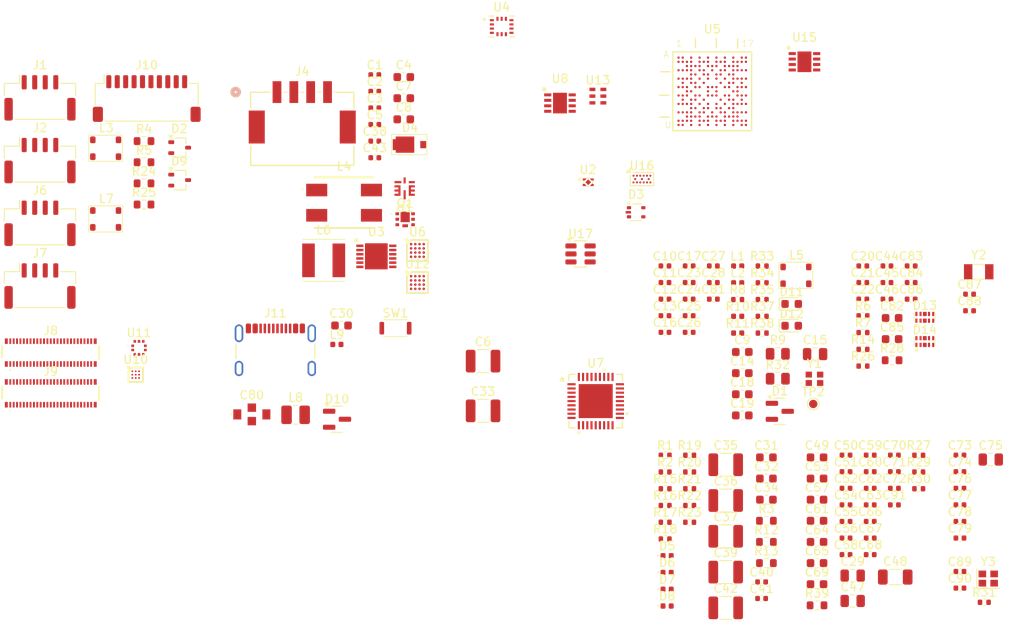
<source format=kicad_pcb>
(kicad_pcb (version 20240108) (generator "pcbnew") (generator_version "8.0")
  (layers (0 "F.Cu" signal) (1 "In1.Cu" signal) (2 "In2.Cu" signal) (31 "B.Cu" signal) (34 "B.Paste" user) (35 "F.Paste" user) (36 "B.SilkS" user "B.Silkscreen") (37 "F.SilkS" user "F.Silkscreen") (38 "B.Mask" user) (39 "F.Mask" user) (44 "Edge.Cuts" user))
  (net 0 "")
  (net 1 "Net-(D3A-K1)")
  (net 2 "Net-(U6-CAP)")
  (net 3 "Net-(C3-Pad2)")
  (net 4 "Net-(U3-VCC)")
  (net 5 "VBUS")
  (net 6 "Net-(U3-SS)")
  (net 7 "Net-(C38-Pad1)")
  (net 8 "Net-(U12-CAP)")
  (net 9 "+BATT")
  (net 10 "Net-(U7-VDDA_AO)")
  (net 11 "Net-(U3-BST)")
  (net 12 "Net-(U7-VDD_CORE)")
  (net 13 "GND")
  (net 14 "+3V3")
  (net 15 "+1V8")
  (net 16 "+5V")
  (net 17 "Net-(D2-A2)")
  (net 18 "Net-(U16A-CH1_IN-)")
  (net 19 "Net-(U16A-CH1_IN+)")
  (net 20 "Net-(U3-FB)")
  (net 21 "Net-(D2-A1)")
  (net 22 "Net-(D9-A2)")
  (net 24 "Net-(D9-A1)")
  (net 26 "Net-(U5H-VDD_BAT)")
  (net 28 "/MCU IO USB & Power/VDD_BAT")
  (net 30 "Net-(J1-Pin_1)")
  (net 32 "/Ethernet PHY/ENET_TRX_P")
  (net 34 "Net-(C23-Pad1)")
  (net 35 "/Communication/CAN0_TXD")
  (net 36 "/Communication/MCU_P2_10")
  (net 37 "/Communication/CAN0_RXD")
  (net 38 "Net-(C25-Pad2)")
  (net 39 "/Ethernet PHY/ENET_TRX_M")
  (net 40 "Net-(J6-Pin_1)")
  (net 41 "/Board-to-Board/P1_8{slash}I3C1_SDA{slash}FC4_P0")
  (net 42 "/Board-to-Board/P1_22{slash}FC4_P2")
  (net 43 "/Board-to-Board/P4_3{slash}FC2_P3")
  (net 44 "/Board-to-Board/P3_1{slash}FC6_P0")
  (net 45 "/Board-to-Board/P1_23{slash}FC4_P3")
  (net 46 "/Board-to-Board/P3_18{slash}FC6_P6")
  (net 47 "/Board-to-Board/P4_0{slash}FC2_P0")
  (net 48 "/Board-to-Board/P3_13{slash}FC6_P5")
  (net 49 "/Board-to-Board/P4_20{slash}FC2_P4")
  (net 50 "/Board-to-Board/P0_23{slash}FLEXIO0_D7")
  (net 51 "/Board-to-Board/P3_6{slash}FC6_P1")
  (net 52 "/Board-to-Board/P1_9{slash}I3C1_SCL{slash}FC4_P1")
  (net 53 "/Board-to-Board/P2_10{slash}TRACE_DATA2")
  (net 54 "/Board-to-Board/P4_23{slash}FC2_P6")
  (net 55 "/Board-to-Board/P2_11{slash}TRACE_DATA3")
  (net 56 "/Board-to-Board/P3_10{slash}FC6_P2")
  (net 58 "/Board-to-Board/VDD_BAT")
  (net 59 "/Board-to-Board/P4_2{slash}FC2_P2")
  (net 60 "/Board-to-Board/P3_11{slash}FC6_P3")
  (net 61 "/Board-to-Board/ANA_6{slash}DAC2_OUT")
  (net 62 "/Board-to-Board/P4_1{slash}FC2_P1")
  (net 63 "/Board-to-Board/ANA_22{slash}OPAMP2_INN")
  (net 64 "/Board-to-Board/P3_21{slash}FLEXIO0_D29")
  (net 65 "/Board-to-Board/P0_16{slash}FC0_P0")
  (net 66 "/Board-to-Board/P1_0{slash}FC3_P0")
  (net 67 "/Board-to-Board/P3_12{slash}FC7_P4")
  (net 68 "/Ethernet PHY/ENET0_XTAL_IN")
  (net 69 "/Ethernet PHY/ENET0_XTAL_OUT")
  (net 70 "/MCU IO USB & Power/RESET_b")
  (net 71 "Net-(D6-A)")
  (net 72 "Net-(D7-A)")
  (net 73 "VDDA_TRX")
  (net 74 "VDDIO")
  (net 75 "Net-(D11-A)")
  (net 76 "/Board-to-Board/P3_9{slash}SmartDMA_PIO9")
  (net 77 "/Board-to-Board/P2_7{slash}SDHC0_D2")
  (net 78 "/Board-to-Board/P1_1{slash}FC3_P1")
  (net 79 "Net-(D12-A)")
  (net 80 "/Communication/RESET_b")
  (net 81 "/Board-to-Board/P3_5{slash}FC7_P3")
  (net 82 "/Board-to-Board/P0_22{slash}FC0_P6")
  (net 83 "/Power supplies/ENET_TRX_M")
  (net 84 "/Board-to-Board/P3_19{slash}FC7_P6")
  (net 85 "/Power supplies/ENET_TRX_P")
  (net 86 "/Ethernet PHY/TRX_P")
  (net 87 "/Ethernet PHY/TRX_M")
  (net 88 "/Board-to-Board/P3_3{slash}FC7_P1")
  (net 89 "Net-(U7-TMS{slash}GPIO0{slash}CONFIG0)")
  (net 90 "Net-(U15-CANL)")
  (net 91 "/Board-to-Board/P0_7{slash}FC0_P3")
  (net 92 "/Board-to-Board/P3_8{slash}SmartDMA_PIO8")
  (net 93 "/Board-to-Board/P2_3{slash}SDHC0_D0")
  (net 94 "Net-(U7-TDI{slash}GPIO1)")
  (net 95 "/Board-to-Board/P3_4{slash}FC7_P2")
  (net 96 "/Board-to-Board/P2_8{slash}SDHC0_D7")
  (net 97 "/Ethernet PHY/ENET0_NRST")
  (net 98 "/Board-to-Board/P1_16{slash}FC3_P4")
  (net 99 "/Ethernet PHY/P1_21{slash}ENET0_MDIO")
  (net 100 "/Board-to-Board/P2_9{slash}SDHC0_D6")
  (net 101 "/Board-to-Board/P2_2{slash}SDHC0_D1")
  (net 102 "/Communication/CAN1_TXD")
  (net 103 "/Communication/MCU_P2_11")
  (net 104 "/Communication/CAN1_RXD")
  (net 105 "Net-(U15-CANH)")
  (net 106 "/Board-to-Board/P2_0{slash}SDHC0_D5")
  (net 107 "/Board-to-Board/P2_5{slash}SDHC0_CMD")
  (net 108 "Net-(Q1-S)")
  (net 109 "Net-(Q1-G)")
  (net 110 "Net-(U17-VCAP)")
  (net 111 "/Board-to-Board/P2_4{slash}SDHC0_CLK")
  (net 112 "/Board-to-Board/P2_1{slash}SDHC0_D4")
  (net 113 "/Board-to-Board/P3_7{slash}SmartDMA_PIO7")
  (net 114 "/Board-to-Board/P1_18{slash}FC3_P6")
  (net 116 "/Board-to-Board/P0_17{slash}FC0_P1")
  (net 118 "/Board-to-Board/P2_6{slash}SDHC0_D3")
  (net 121 "/Board-to-Board/P3_2{slash}FC7_P0")
  (net 122 "/Board-to-Board/P1_17{slash}FC3_P5")
  (net 123 "/Board-to-Board/P1_2{slash}FC3_P2")
  (net 124 "/Board-to-Board/P0_18{slash}FC0_P2")
  (net 125 "/Board-to-Board/P3_0{slash}SmartDMA_PIO0")
  (net 126 "/Board-to-Board/P1_3{slash}FC3_P3")
  (net 127 "/Communication/P0_24{slash}FC1_P0")
  (net 128 "Net-(J10-Pin_1)")
  (net 129 "/Communication/P0_1{slash}DEBUG_TCLK_SWCLK")
  (net 130 "/Communication/P0_4")
  (net 131 "/Ethernet PHY/P1_19{slash}ENET0_INT_N")
  (net 132 "/Communication/P0_25{slash}FC1_P1")
  (net 133 "/Communication/P0_2{slash}DEBUG_TDO_SWO")
  (net 135 "/Communication/P0_3{slash}DEBUG_TDI")
  (net 136 "/Communication/P0_0{slash}DEBUG_TMS_SWDIO")
  (net 137 "Net-(U16A-CH1_OUT-)")
  (net 139 "Net-(U16A-CH1_OUT+)")
  (net 140 "Net-(J11-CC1)")
  (net 141 "Net-(J11-CC2)")
  (net 142 "/MCU IO Part 1/EXTAL48M")
  (net 144 "Net-(U8-CANH)")
  (net 145 "Net-(U8-CANL)")
  (net 146 "/Ethernet PHY/P0_31{slash}ENET0_WAKE_IN_OUT")
  (net 147 "Net-(C27-Pad1)")
  (net 148 "Net-(U6-EN)")
  (net 149 "Net-(U5H-VDD_CORE_1)")
  (net 150 "Net-(U5H-DCDC_LX{slash}DCDC_LX)")
  (net 151 "Net-(U5H-VDD_ANA)")
  (net 152 "Net-(C20-Pad2)")
  (net 153 "Net-(C45-Pad2)")
  (net 154 "/MCU IO Part 1/P0_6{slash}ISPMODE_N")
  (net 158 "Net-(U1-FB)")
  (net 159 "Net-(U1-EN)")
  (net 160 "Net-(U3-RON)")
  (net 161 "Net-(U3-EN{slash}UVLO)")
  (net 162 "/Sensors/P3_14{slash}FC8_P0")
  (net 163 "/Sensors/P3_22{slash}FC8_P6")
  (net 164 "/Sensors/P3_16{slash}FC8_P2")
  (net 165 "/Sensors/P3_15{slash}FC8_P1")
  (net 166 "/Sensors/P3_17{slash}FC8_P3")
  (net 167 "/MCU IO Part 1/P0_29")
  (net 168 "/MCU IO Part 2/P3_9{slash}SmartDMA_PIO9")
  (net 169 "/MCU IO Part 2/P3_16{slash}FC8_P2")
  (net 170 "/MCU IO Part 2/P3_15{slash}FC8_P1")
  (net 171 "/MCU IO Part 2/P4_19")
  (net 172 "/MCU IO Part 1/P0_19")
  (net 173 "/MCU IO Part 2/P3_5{slash}FC7_P3")
  (net 174 "/MCU IO Part 1/P2_1{slash}SDHC0_D4")
  (net 175 "/MCU IO USB & Power/ANA_6{slash}DAC2_OUT")
  (net 176 "/MCU IO Part 2/P4_5")
  (net 177 "/MCU IO Part 2/P4_23{slash}FC2_P6")
  (net 178 "/MCU IO Part 1/P0_26{slash}FC1_P2")
  (net 179 "/MCU IO Part 2/P4_2{slash}FC2_P2")
  (net 180 "/MCU IO USB & Power/ANA_14")
  (net 181 "/MCU IO Part 2/P4_22")
  (net 182 "/MCU IO Part 2/P3_18{slash}FC6_P6")
  (net 183 "/MCU IO Part 1/P1_20{slash}ENET0_MDC")
  (net 184 "/MCU IO Part 1/P1_2{slash}FC3_P2")
  (net 185 "/MCU IO Part 1/P0_16{slash}FC0_P0")
  (net 186 "/MCU IO Part 1/P0_11")
  (net 187 "/MCU IO Part 2/P4_1{slash}FC2_P1")
  (net 188 "/MCU IO Part 1/P0_4")
  (net 189 "/MCU IO Part 1/P1_14{slash}ENET0_RXD0")
  (net 190 "/MCU IO Part 2/P5_8")
  (net 191 "/MCU IO Part 1/P0_2{slash}DEBUG_TDO_SWO")
  (net 192 "/Ethernet PHY/P1_4{slash}ENET0_REFCLK")
  (net 193 "/MCU IO Part 1/P0_14{slash}FC1_P6")
  (net 194 "/MCU IO Part 1/P1_19{slash}ENET0_INT_N")
  (net 195 "/MCU IO Part 1/P0_25{slash}FC1_P1")
  (net 196 "/MCU IO Part 2/P3_17{slash}FC8_P3")
  (net 197 "/MCU IO Part 1/P1_7{slash}ENET0_TXD1")
  (net 198 "/MCU IO Part 1/P1_8{slash}I3C1_SDA{slash}FC4_P0")
  (net 199 "/MCU IO Part 1/P0_23{slash}CMP2_IN2")
  (net 200 "/MCU IO Part 1/P2_9{slash}SDHC0_D6")
  (net 201 "/MCU IO Part 1/P0_20{slash}I3C0_SDA")
  (net 202 "/MCU IO Part 2/P4_12{slash}CAN0_RXD")
  (net 203 "/MCU IO Part 1/P2_10{slash}TRACE_DATA2")
  (net 204 "/MCU IO Part 2/P3_21{slash}FLEXIO0_D29")
  (net 205 "/MCU IO Part 2/P3_19{slash}FC7_P6")
  (net 206 "/MCU IO Part 1/P0_9{slash}FLEXIO0_D1")
  (net 207 "/MCU IO Part 1/P1_4{slash}ENET0_REFCLK")
  (net 208 "/MCU IO Part 2/P3_3{slash}FC7_P1")
  (net 209 "/MCU IO Part 1/P1_17{slash}FC3_P5")
  (net 210 "/MCU IO Part 1/P0_8{slash}FLEXIO0_D0")
  (net 212 "/MCU IO Part 2/P4_3{slash}FC2_P3")
  (net 213 "/MCU IO Part 1/P0_30")
  (net 214 "/MCU IO Part 2/P3_20")
  (net 215 "/MCU IO Part 2/P5_4")
  (net 216 "/MCU IO Part 2/P4_6")
  (net 217 "/MCU IO Part 1/P0_10")
  (net 218 "/MCU IO Part 1/P0_22{slash}FC0_P6")
  (net 219 "/MCU IO Part 2/P3_4{slash}FC7_P2")
  (net 220 "/MCU IO Part 2/P3_14{slash}FC8_P0")
  (net 221 "/MCU IO Part 1/P1_6{slash}ENET0_TXD0")
  (net 222 "/MCU IO Part 2/P5_2")
  (net 223 "/MCU IO Part 2/P5_0{slash}EXTAL32K")
  (net 224 "/MCU IO Part 1/XTAL48M")
  (net 225 "/MCU IO Part 2/P4_4")
  (net 226 "/MCU IO Part 2/P4_21")
  (net 227 "/MCU IO Part 1/P1_21{slash}ENET0_MDIO")
  (net 228 "/MCU IO Part 2/P3_2{slash}FC7_P0")
  (net 229 "/MCU IO Part 2/P3_22{slash}FC8_P6")
  (net 230 "/MCU IO Part 2/P5_5")
  (net 231 "/MCU IO Part 2/P3_10{slash}FC6_P2")
  (net 232 "/MCU IO Part 1/P0_7{slash}FC0_P3")
  (net 233 "/MCU IO Part 1/P0_12{slash}FC1_P4")
  (net 234 "/MCU IO Part 1/P0_13{slash}FC1_P5")
  (net 235 "/MCU IO Part 2/P3_23")
  (net 236 "/MCU IO Part 1/P2_6{slash}SDHC0_D3")
  (net 237 "/MCU IO Part 2/P4_20{slash}FC2_P4")
  (net 238 "/MCU IO Part 1/P2_11{slash}TRACE_DATA3")
  (net 239 "/MCU IO Part 1/P2_3{slash}SDHC0_D0")
  (net 240 "/MCU IO USB & Power/ANA_0")
  (net 241 "/MCU IO Part 2/P3_6{slash}FC6_P1")
  (net 242 "/MCU IO Part 1/P1_22{slash}FC4_P2")
  (net 243 "/MCU IO Part 1/P1_15{slash}ENET0_RXD1")
  (net 244 "/MCU IO Part 1/P1_11")
  (net 245 "/MCU IO Part 2/P3_7{slash}SmartDMA_PIO7")
  (net 246 "/MCU IO Part 1/P0_5")
  (net 247 "/MCU IO Part 2/P4_16{slash}CAN1_TXD")
  (net 250 "/MCU IO Part 2/P3_12{slash}FC7_P4")
  (net 251 "/MCU IO Part 1/P0_3{slash}DEBUG_TDI")
  (net 252 "/MCU IO Part 2/P4_13{slash}CAN0_TXD")
  (net 253 "/MCU IO Part 2/P3_11{slash}FC6_P3")
  (net 254 "/MCU IO Part 1/P2_2{slash}SDHC0_D1")
  (net 255 "/MCU IO Part 1/P0_24{slash}FC1_P0")
  (net 256 "/MCU IO Part 1/P0_28")
  (net 257 "/MCU IO Part 1/P1_0{slash}FC3_P0")
  (net 258 "Net-(U5G-RESET_b)")
  (net 259 "/MCU IO Part 2/P4_18")
  (net 260 "/MCU IO Part 2/P5_9")
  (net 261 "/MCU IO Part 1/P1_23{slash}FC4_P3")
  (net 262 "/MCU IO Part 2/P3_8{slash}SmartDMA_PIO8")
  (net 263 "/MCU IO Part 2/P3_13{slash}FC6_P5")
  (net 264 "/MCU IO Part 1/P0_17{slash}FC0_P1")
  (net 265 "/MCU IO Part 1/P2_7{slash}SDHC0_D2")
  (net 266 "/MCU IO Part 2/P4_0{slash}FC2_P0")
  (net 267 "/MCU IO Part 1/P0_31{slash}ENET0_WAKE_IN_OUT")
  (net 269 "/Ethernet PHY/P1_14{slash}ENET0_RXD0")
  (net 270 "/Ethernet PHY/P1_6{slash}ENET0_TXD0")
  (net 271 "/Ethernet PHY/P1_12{slash}ENET0_RXER")
  (net 272 "/Ethernet PHY/P1_20{slash}ENET0_MDC")
  (net 274 "/Ethernet PHY/P1_5{slash}ENET0_TXEN")
  (net 277 "/MCU IO Part 2/P5_6")
  (net 278 "/MCU IO Part 1/P0_0{slash}DEBUG_TMS_SWDIO")
  (net 279 "/MCU IO Part 1/P1_16{slash}FC3_P4")
  (net 280 "/MCU IO Part 2/P3_0{slash}SmartDMA_PIO0")
  (net 281 "/MCU IO Part 2/P4_15{slash}CAN1_RXD")
  (net 282 "/MCU IO USB & Power/ANA_4")
  (net 283 "/MCU IO Part 1/P1_12{slash}ENET0_RXER")
  (net 284 "/MCU IO Part 1/P1_5{slash}ENET0_TXEN")
  (net 285 "/MCU IO Part 1/P0_18{slash}FC0_P2")
  (net 286 "/MCU IO Part 1/P1_1{slash}FC3_P1")
  (net 287 "/MCU IO Part 2/P5_7")
  (net 288 "/MCU IO Part 1/P1_10{slash}ENET0_TXER")
  (net 289 "/MCU IO USB & Power/ANA_1")
  (net 290 "/MCU IO Part 1/P1_9{slash}I3C1_SCL{slash}FC4_P1")
  (net 291 "/MCU IO USB & Power/ANA_18")
  (net 292 "/MCU IO USB & Power/ANA_5")
  (net 293 "/MCU IO Part 1/P0_15")
  (net 294 "/MCU IO Part 2/P3_1{slash}FC6_P0")
  (net 295 "Net-(U5H-VDD_SYS{slash}VOUT_SYS)")
  (net 296 "/MCU IO Part 1/P2_0{slash}SDHC0_D5")
  (net 297 "/MCU IO Part 2/P4_14")
  (net 298 "/MCU IO Part 2/P4_7")
  (net 299 "/MCU IO Part 1/P0_27{slash}FC1_P3")
  (net 300 "/MCU IO Part 2/P5_1{slash}XTAL32K")
  (net 301 "/MCU IO Part 1/P1_3{slash}FC3_P3")
  (net 302 "/MCU IO Part 2/P4_17")
  (net 303 "/MCU IO Part 2/P5_3")
  (net 304 "/MCU IO Part 1/P2_4{slash}SDHC0_CLK")
  (net 305 "/MCU IO Part 1/P2_8{slash}SDHC0_D7")
  (net 306 "/MCU IO Part 1/P2_5{slash}SDHC0_CMD")
  (net 307 "/MCU IO Part 1/P0_21{slash}I3C0_SCL")
  (net 308 "/MCU IO Part 1/P0_1{slash}DEBUG_TCLK_SWCLK")
  (net 309 "/MCU IO USB & Power/ANA_22{slash}OPAMP2_INN")
  (net 310 "/MCU IO Part 1/P1_13{slash}ENET0_RXDV")
  (net 311 "/MCU IO Part 1/P1_18{slash}FC3_P6")
  (net 315 "Net-(D5-A)")
  (net 317 "Net-(U6-ILIM)")
  (net 318 "Net-(U10-CRST)")
  (net 319 "/Sensors/P0_21{slash}I3C0_SCL")
  (net 321 "/Sensors/P0_20{slash}I3C0_SDA")
  (net 322 "Net-(D8-A)")
  (net 327 "Net-(U12-ILIM)")
  (net 328 "/Communication/P0_9{slash}FLEXIO0_D1")
  (net 329 "/Communication/P0_8{slash}FLEXIO0_D0")
  (net 330 "/Ethernet PHY/P1_13{slash}ENET0_RXDV")
  (net 333 "/Ethernet PHY/P1_10{slash}ENET0_TXER")
  (net 334 "/Ethernet PHY/P1_15{slash}ENET0_RXD1")
  (net 335 "/Ethernet PHY/P1_7{slash}ENET0_TXD1")
  (footprint "Capacitor_SMD:C_0603_1608Metric" (layer "F.Cu") (at 163.42 120.92)
    (property "Reference" "C9")
    (property "Value" "1uF 16V")
  )
  (footprint "Inductor_SMD:L_0402_1005Metric" (layer "F.Cu") (at 115.3 120.02)
    (property "Reference" "L9")
    (property "Value" "120 Ohm")
  )
  (footprint "Package_TO_SOT_SMD:SOT-323_SC-70" (layer "F.Cu") (at 96.64 96.645)
    (property "Reference" "D2")
    (property "Value" "PESD2IVN24-UX")
  )
  (footprint "Resistor_SMD:R_0402_1005Metric" (layer "F.Cu") (at 165.78 110.71)
    (property "Reference" "R33")
    (property "Value" "0")
  )
  (footprint "Resistor_SMD:R_0402_1005Metric" (layer "F.Cu") (at 184.36 135.17)
    (property "Reference" "R29")
    (property "Value" "5.1k")
  )
  (footprint "Capacitor_SMD:C_0402_1005Metric" (layer "F.Cu") (at 189.25 146.99)
    (property "Reference" "C89")
    (property "Value" "4.7pF 50V")
  )
  (footprint "Capacitor_SMD:C_0402_1005Metric" (layer "F.Cu") (at 175.73 144.99)
    (property "Reference" "C58")
    (property "Value" "100nF 16V")
  )
  (footprint "Capacitor_SMD:C_0603_1608Metric" (layer "F.Cu") (at 123.24 90.77)
    (property "Reference" "C7")
    (property "Value" "1uF 10V")
  )
  (footprint "Inductors:VLS5045EX330M" (layer "F.Cu") (at 113.73 110.03)
    (property "Reference" "L6")
    (property "Value" "VLS5045EX-330M-H" (hide yes))
  )
  (footprint "Capacitor_SMD:C_0402_1005Metric" (layer "F.Cu") (at 180.59 112.67)
    (property "Reference" "C45")
    (property "Value" "4700pF")
  )
  (footprint "Capacitor_SMD:C_0603_1608Metric" (layer "F.Cu") (at 163.42 123.43)
    (property "Reference" "C14")
    (property "Value" "1uF 16V")
  )
  (footprint "Resistor_SMD:R_0402_1005Metric" (layer "F.Cu") (at 192.14 150.65)
    (property "Reference" "R31")
    (property "Value" "10k")
  )
  (footprint "Power:QFN2x2x1p6_MPM3811_MNP" (layer "F.Cu") (at 123.3416 101.4908)
    (property "Reference" "U1")
    (property "Value" "MPM3811GG-Z")
  )
  (footprint "Capacitor_SMD:C_0603_1608Metric" (layer "F.Cu") (at 166.28 133.44)
    (property "Reference" "C31")
    (property "Value" "100nF 100V")
  )
  (footprint "Capacitor_SMD:C_0402_1005Metric" (layer "F.Cu") (at 183.46 112.67)
    (property "Reference" "C84")
    (property "Value" "47nF 10V")
  )
  (footprint "Resistor_SMD:R_0402_1005Metric" (layer "F.Cu") (at 165.78 116.68)
    (property "Reference" "R37")
    (property "Value" "10k")
  )
  (footprint "Connector_USB:USB_C_Receptacle_GCT_USB4105-xx-A_16P_TopMnt_Horizontal" (layer "F.Cu") (at 108 121.8)
    (property "Reference" "J11")
    (property "Value" "USB4105-GF-A")
  )
  (footprint "Resistor_SMD:R_0402_1005Metric" (layer "F.Cu") (at 165.78 112.7)
    (property "Reference" "R34")
    (property "Value" "10k")
  )
  (footprint "Capacitor_SMD:C_0603_1608Metric" (layer "F.Cu") (at 181.2 119.39)
    (property "Reference" "C85")
    (property "Value" "1uF 10V")
  )
  (footprint "Capacitor_SMD:C_0402_1005Metric" (layer "F.Cu") (at 159.98 112.67)
    (property "Reference" "C28")
    (property "Value" "8pF 16V")
  )
  (footprint "Capacitor_SMD:C_0603_1608Metric" (layer "F.Cu") (at 172.29 135.95)
    (property "Reference" "C53")
    (property "Value" "1uF 16V")
  )
  (footprint "Capacitor_SMD:C_0402_1005Metric" (layer "F.Cu") (at 189.25 141.05)
    (property "Reference" "C78")
    (property "Value" "100nF 16V")
  )
  (footprint "Capacitor_SMD:C_0402_1005Metric" (layer "F.Cu") (at 119.8 95.87)
    (property "Reference" "C38")
    (property "Value" "1nF 100V")
  )
  (footprint "Capacitor_SMD:C_0402_1005Metric" (layer "F.Cu") (at 157.11 112.67)
    (property "Reference" "C23")
    (property "Value" "100nF 50V")
  )
  (footprint "Capacitors:NFM31HK103R1H3L" (layer "F.Cu") (at 105.205 128.33)
    (property "Reference" "C80")
    (property "Value" "15nF 50V" (hide yes))
  )
  (footprint "Capacitor_SMD:C_1210_3225Metric" (layer "F.Cu") (at 161.45 134.31)
    (property "Reference" "C35")
    (property "Value" "47uF 16V")
  )
  (footprint "Inductors:IFLN1210BEER512N" (layer "F.Cu") (at 168.26 110.815)
    (property "Reference" "L5")
    (property "Value" "IFLN1210BEER512N" (hide yes))
  )
  (footprint "NXP_HV:SON65P300X300X100-9N-D" (layer "F.Cu") (at 170.795 86.445)
    (property "Reference" "U15")
    (property "Value" "TJA1462ATK" (hide yes))
  )
  (footprint "Resistor_SMD:R_0402_1005Metric" (layer "F.Cu") (at 165.78 114.69)
    (property "Reference" "R35")
    (property "Value" "10k")
  )
  (footprint "NXP_BGA:BGA16C50P4X4_220X220X60" (layer "F.Cu") (at 124.858 108.858)
    (property "Reference" "U6")
    (property "Value" "NX5P3363UKZ" (hide yes))
  )
  (footprint "Capacitor_SMD:C_1210_3225Metric" (layer "F.Cu") (at 132.65 127.91)
    (property "Reference" "C33")
    (property "Value" "10uF 100V")
  )
  (footprint "Connectors:DF40TC-50DP-0.4V(51)" (layer "F.Cu") (at 81.34 120.99)
    (property "Reference" "J8")
    (property "Value" "DF40TC-50DP-0.4V(51)" (hide yes))
  )
  (footprint "Capacitor_SMD:C_0402_1005Metric" (layer "F.Cu") (at 175.73 135.14)
    (property "Reference" "C51")
    (property "Value" "100nF 16V")
  )
  (footprint "Resistor_SMD:R_0402_1005Metric" (layer "F.Cu") (at 184.36 137.16)
    (property "Reference" "R30")
    (property "Value" "5.1k")
  )
  (footprint "Capacitor_SMD:C_0402_1005Metric" (layer "F.Cu") (at 181.47 137.11)
    (property "Reference" "C72")
    (property "Value" "100nF 16V")
  )
  (footprint "Inductors:ACM70603012PLTL01" (layer "F.Cu") (at 116.155 103.18)
    (property "Reference" "L4")
    (property "Value" "ACM7060-301-2PL-TL01" (hide yes))
  )
  (footprint "Capacitor_SMD:C_0402_1005Metric" (layer "F.Cu") (at 178.6 139.08)
    (property "Reference" "C63")
    (property "Value" "100nF 16V")
  )
  (footprint "Crystal:Crystal_SMD_3215-2Pin_3.2x1.5mm" (layer "F.Cu") (at 191.48 111.39)
    (property "Reference" "Y2")
    (property "Value" "32.768kHz")
  )
  (footprint "Resistor_SMD:R_0402_1005Metric" (layer "F.Cu") (at 154.26 137.16)
    (property "Reference" "R15")
    (property "Value" "1k")
  )
  (footprint "Capacitor_SMD:C_1210_3225Metric" (layer "F.Cu") (at 161.45 138.56)
    (property "Reference" "C36")
    (property "Value" "47uF 16V")
  )
  (footprint "Capacitor_SMD:C_0402_1005Metric" (layer "F.Cu") (at 181.47 135.14)
    (property "Reference" "C71")
    (property "Value" "100nF 16V")
  )
  (footprint "Capacitor_SMD:C_0402_1005Metric" (layer "F.Cu") (at 154.24 114.64)
    (property "Reference" "C12")
    (property "Value" "100nF 16V")
  )
  (footprint "Capacitor_SMD:C_0402_1005Metric" (layer "F.Cu") (at 181.47 133.17)
    (property "Reference" "C70")
    (property "Value" "100nF 16V")
  )
  (footprint "Capacitor_SMD:C_0402_1005Metric" (layer "F.Cu") (at 157.11 118.58)
    (property "Reference" "C26")
    (property "Value" "100pF")
  )
  (footprint "Capacitor_SMD:C_0402_1005Metric" (layer "F.Cu") (at 190.39 116.02)
    (property "Reference" "C88")
    (property "Value" "4.7pF 50V")
  )
  (footprint "Capacitor_SMD:C_1206_3216Metric" (layer "F.Cu") (at 181.57 147.65)
    (property "Reference" "C48")
    (property "Value" "6.8uF 16V")
  )
  (footprint "Crystal:Crystal_SMD_2016-4Pin_2.0x1.6mm" (layer "F.Cu") (at 192.61 147.83)
    (property "Reference" "Y3")
    (property "Value" "24MHz")
  )
  (footprint "Capacitor_SMD:C_0603_1608Metric" (layer "F.Cu") (at 166.28 135.95)
    (property "Reference" "C32")
    (property "Value" "22nF 100V")
  )
  (footprint "NXP_BGA:BGA184_0P5_9X9_SM" (layer "F.Cu") (at 159.85001 89.95001)
    (property "Reference" "U5")
    (property "Value" "MCXN947VDFT" (hide yes))
  )
  (footprint "NXP_HV:HVQFN36_SOT1092-2_NXP" (layer "F.Cu") (at 146.0202 126.749999)
    (property "Reference" "U7")
    (property "Value" "TJA1103AHN")
  )
  (footprint "Capacitor_SMD:C_1210_3225Metric" (layer "F.Cu") (at 161.45 142.81)
    (property "Reference" "C37")
    (property "Value" "47uF 16V")
  )
  (footprint "Capacitor_SMD:C_0603_1608Metric" (layer "F.Cu") (at 123.24 93.28)
    (property "Reference" "C8")
    (property "Value" "1uF 10V")
  )
  (footprint "Resistor_SMD:R_0603_1608Metric" (layer "F.Cu") (at 166.28 140.97)
    (property "Reference" "R3")
    (property "Value" "100k 75V")
  )
  (footprint "Capacitor_SMD:C_0603_1608Metric" (layer "F.Cu") (at 163.42 125.94)
    (property "Reference" "C18")
    (property "Value" "1uF 16V")
  )
  (footprint "Package_CSP:Nexperia_WLCSP-15_6-3-6_2.37x1.17mm_Layout6x3_P0.4mm" (layer "F.Cu") (at 151.51 100.375)
    (property "Reference" "U16")
    (property "Value" "PCMF3USB3S")
  )
  (footprint "Capacitor_SMD:C_0805_2012Metric" (layer "F.Cu") (at 176.52 150.49)
    (property "Reference" "C47")
    (property "Value" "2.2uF 16V")
  )
  (footprint "Resistor_SMD:R_0402_1005Metric" (layer "F.Cu") (at 162.87 114.69)
    (property "Reference" "R8")
    (property "Value" "0")
  )
  (footprint "Resistor_SMD:R_0402_1005Metric" (layer "F.Cu") (at 154.26 141.14)
    (property "Reference" "R17")
    (property "Value" "82k 1%")
  )
  (footprint "Diodes:DFN3820A" (layer "F.Cu") (at 124.485 96.285)
    (property "Reference" "D4")
    (property "Value" "6DFN62CA-M3/I" (hide yes))
  )
  (footprint "Sensors:IC_ICM-45686" (layer "F.Cu") (at 134.857 82.254)
    (property "Reference" "U4")
    (property "Value" "ICM-45686")
  )
  (footprint "Resistor_SMD:R_0402_1005Metric" (layer "F.Cu") (at 154.26 139.15)
    (property "Reference" "R16")
    (property "Value" "1k")
  )
  (footprint "Inductors:IFLN1210BEER512N" (layer "F.Cu") (at 86.33 104.115)
    (property "Reference" "L7")
    (property "Value" "IFLN1210BEER512N" (hide yes))
  )
  (footprint "Capacitor_SMD:C_0402_1005Metric" (layer "F.Cu") (at 119.8 89.96)
    (property "Reference" "C2")
    (property "Value" "1nF 16V")
  )
  (footprint "Capacitor_SMD:C_0603_1608Metric" (layer "F.Cu") (at 172.29 145.99)
    (property "Reference" "C65")
    (property "Value" "4.7uF 6.3V")
  )
  (footprint "Sensors:BMP581" (layer "F.Cu") (at 91.815 120.43)
    (property "Reference" "U11")
    (property "Value" "BMP581" (hide yes))
  )
  (footprint "Inductor_SMD:L_0402_1005Metric" (layer "F.Cu") (at 162.87 110.71)
    (property "Reference" "L1")
    (property "Value" "600 Ohm")
  )
  (footprint "LED_SMD:LED_0402_1005Metric" (layer "F.Cu") (at 154.495 147.11)
    (property "Reference" "D6")
    (property "Value" "3V3-IND")
  )
  (footprint "Connector_JST:JST_GH_SM04B-GHS-TB_1x04-1MP_P1.25mm_Horizontal" (layer "F.Cu") (at 80.06 113.08)
    (property "Reference" "J7")
    (property "Value" "CAN0B")
  )
  (footprint "Crystals:XRCGB25M000F3A00R0" (layer "F.Cu") (at 171.985 124.1)
    (property "Reference" "Y1")
    (property "Value" "25MHz" (hide yes))
  )
  (footprint "Power:SON50P400X400X100-13N" (layer "F.Cu") (at 119.98 109.555)
    (property "Reference" "U3")
    (property "Value" "LM5160DNTJ" (hide yes))
  )
  (footprint "Capacitor_SMD:C_0402_1005Metric" (layer "F.Cu") (at 157.11 110.7)
    (property "Reference" "C17")
    (property "Value" "100nF 16V")
  )
  (footprint "Resistor_SMD:R_0402_1005Metric" (layer "F.Cu") (at 157.17 135.17)
    (property "Reference" "R20")
    (property "Value" "2k2")
  )
  (footprint "Resistor_SMD:R_0402_1005Metric" (layer "F.Cu") (at 177.74 116.62)
    (property "Reference" "R6")
    (property "Value" "0")
  )
  (footprint "Capacitor_SMD:C_0402_1005Metric" (layer "F.Cu") (at 177.72 114.64)
    (property "Reference" "C22")
    (property "Value" "100pF")
  )
  (footprint "Capacitor_SMD:C_0402_1005Metric" (layer "F.Cu") (at 165.71 148.23)
    (property "Reference" "C40")
    (property "Value" "100nF 16V")
  )
  (footprint "Capacitor_SMD:C_0603_1608Metric" (layer "F.Cu") (at 181.2 116.88)
    (property "Reference" "C82")
    (property "Value" "1uF 10V")
  )
  (footprint "Resistor_SMD:R_0402_1005Metric" (layer "F.Cu") (at 165.78 118.67)
    (property "Reference" "R38")
    (property "Value" "10k")
  )
  (footprint "Capacitor_SMD:C_0402_1005Metric" (layer "F.Cu") (at 181.47 139.08)
    (property "Reference" "C91")
    (property "Value" "100nF 16V")
  )
  (footprint "Resistor_SMD:R_0603_1608Metric" (layer "F.Cu") (at 92.41 98.38)
    (property "Reference" "R5")
    (property "Value" "60.4R 1% 1/3W")
  )
  (footprint "Capacitor_SMD:C_0603_1608Metric" (layer "F.Cu") (at 172.29 143.48)
    (property "Reference" "C64")
    (property "Value" "4.7uF 6.3V")
  )
  (footprint "Capacitor_SMD:C_0402_1005Metric" (layer "F.Cu") (at 159.98 114.64)
    (property "Reference" "C81")
    (property "Value" "8pF 16V")
  )
  (footprint "Switches:TS2306A" (layer "F.Cu") (at 122.255 118.09)
    (property "Reference" "SW1")
    (property "Value" "SW_SPST")
  )
  (footprint "LED_SMD:LED_0402_1005Metric" (layer "F.Cu") (at 154.495 149.1)
    (property "Reference" "D7")
    (property "Value" "1V8-IND")
  )
  (footprint "Resistor_SMD:R_0402_1005Metric" (layer "F.Cu") (at 157.17 137.16)
    (property "Reference" "R21")
    (property "Value" "47k 1%")
  )
  (footprint "Connectors:CONN_5055780421_MOL" (layer "F.Cu") (at 111.1894 94.4114)
    (property "Reference" "J4")
    (property "Value" "5055780421")
  )
  (footprint "NXP_HV:SON65P300X300X100-9N-D" (layer "F.Cu") (at 141.778 91.349)
    (property "Reference" "U8")
    (property "Value" "TJA1462ATK" (hide yes))
  )
  (footprint "Power:VREG_MIC5504-3.3YMT-TZ" (layer "F.Cu") (at 145.132 100.754)
    (property "Reference" "U2")
    (property "Value" "MIC5504-1.8YMT")
  )
  (footprint "Resistor_SMD:R_0603_1608Metric" (layer "F.Cu") (at 181.2 121.9)
    (property "Reference" "R28")
    (property "Value" "100")
  )
  (footprint "Capacitor_SMD:C_0402_1005Metric" (layer "F.Cu") (at 189.25 137.11)
    (property "Reference" "C76")
    (property "Value" "100nF 16V")
  )
  (footprint "Resistor_SMD:R_0402_1005Metric" (layer "F.Cu") (at 184.36 133.18)
    (property "Reference" "R27")
    (property "Value" "10k")
  )
  (footprint "Capacitor_SMD:C_0402_1005Metric" (layer "F.Cu") (at 180.59 114.64)
    (property "Reference" "C46")
    (property "Value" "100pF")
  )
  (footprint "Capacitor_SMD:C_0402_1005Metric" (layer "F.Cu") (at 154.24 118.58)
    (property "Reference" "C16")
    (property "Value" "100nF 16V")
  )
  (footprint "LED_SMD:LED_0603_1608Metric" (layer "F.Cu") (at 169.28 117.8)
    (property "Reference" "D12")
    (property "Value" "LED_GRN")
  )
  (footprint "Capacitor_SMD:C_0402_1005Metric" (layer "F.Cu") (at 119.8 93.9)
    (property "Reference" "C5")
    (property "Value" "22nF 10V")
  )
  (footprint "Capacitor_SMD:C_0603_1608Metric" (layer "F.Cu") (at 172.29 140.97)
    (property "Reference" "C61")
    (property "Value" "1uF 16V")
  )
  (footprint "Capacitor_SMD:C_0402_1005Metric" (layer "F.Cu") (at 119.8 87.99)
    (property "Reference" "C1")
    (property "Value" "1nF 100V")
  )
  (footprint "TVS:ESD8104MUTAG" (layer "F.Cu") (at 185.08 119.675)
    (property "Reference" "D14")
    (property "Value" "ESD7104MUTAG" (hide yes))
  )
  (footprint "Capacitor_SMD:C_0402_1005Metric" (layer "F.Cu") (at 154.24 116.61)
    (property "Reference" "C13")
    (property "Value" "100nF 16V")
  )
  (footprint "Capacitor_SMD:C_1210_3225Metric" (layer "F.Cu") (at 132.65 122)
    (property "Reference" "C6")
    (property "Value" "10uF 100V")
  )
  (footprint "Capacitor_SMD:C_0402_1005Metric" (layer "F.Cu") (at 119.8 97.84)
    (property "Reference" "C43")
    (property "Value" "1nF 16V")
  )
  (footprint "Resistor_SMD:R_0402_1005Metric" (layer "F.Cu") (at 157.17 139.15)
    (property "Reference" "R22")
    (property "Value" "2k2")
  )
  (footprint "TVS:ESD8104MUTAG" (layer "F.Cu") (at 185.08 116.8)
    (property "Reference" "D13")
    (property "Value" "ESD7104MUTAG" (hide yes))
  )
  (footprint "Resistor_SMD:R_0805_2012Metric" (layer "F.Cu") (at 167.63 124.09)
    (property "Reference" "R32")
    (property "Value" "1k 2/5W")
  )
  (footprint "Connector_JST:JST_GH_SM04B-GHS-TB_1x04-1MP_P1.25mm_Horizontal" (layer "F.Cu") (at 80.06 105.63)
    (property "Reference" "J6")
    (property "Value" "CAN0A")
  )
  (footprint "Package_TO_SOT_SMD:SOT-665" (layer "F.Cu") (at 150.82 104.32)
    (property "Reference" "D3")
    (property "Value" "PESD5V0L4UW")
  )
  (footprint "Resistor_SMD:R_0603_1608Metric" (layer "F.Cu") (at 166.28 143.48)
    (property "Reference" "R12")
    (property "Value" "68k 75V")
  )
  (footprint "Capacitor_SMD:C_0402_1005Metric" (layer "F.Cu") (at 189.25 143.02)
    (property "Reference" "C79")
    (property "Value" "100nF 16V")
  )
  (footprint "Resistor_SMD:R_0402_1005Metric" (layer "F.Cu") (at 157.17 133.18)
    (property "Reference" "R19")
    (property "Value" "100k")
  )
  (footprint "Capacitor_SMD:C_0402_1005Metric" (layer "F.Cu") (at 177.72 112.67)
    (property "Reference" "C21")
    (property "Value" "100pF")
  )
  (footprint "Capacitor_SMD:C_0805_2012Metric" (layer "F.Cu") (at 172.06 121.17)
    (property "Reference" "C15")
    (property "Value" "10uF 16V")
  )
  (footprint "Capacitor_SMD:C_0402_1005Metric" (layer "F.Cu") (at 175.73 143.02)
    (property "Reference" "C56")
    (property "Value" "100nF 16V")
  )
  (footprint "LED_SMD:LED_0402_1005Metric" (layer "F.Cu") (at 154.495 151.09)
    (property "Reference" "D8")
    (property "Value" "VBUS")
  )
  (footprint "Capacitor_SMD:C_0402_1005Metric" (layer "F.Cu") (at 178.6 133.17)
    (property "Reference" "C59")
    (property "Value" "100nF 16V")
  )
  (footprint "MOSFETs:BUK6D5660EX" (layer "F.Cu") (at 123.405 105.15)
    (property "Reference" "Q1")
    (property "Value" "BUK6D56-60EX" (hide yes))
  )
  (footprint "Capacitor_SMD:C_0402_1005Metric" (layer "F.Cu") (at 183.46 110.7)
    (property "Reference" "C83")
    (property "Value" "47nF 10V")
  )
  (footprint "Capacitor_SMD:C_0402_1005Metric" (layer "F.Cu") (at 175.73 137.11)
    (property "Reference" "C52")
    (property "Value" "100nF 16V")
  )
  (footprint "LED_SMD:LED_0603_1608Metric" (layer "F.Cu") (at 169.28 115.21)
    (property "Reference" "D11")
    (property "Value" "LED_AMB")
  )
  (footprint "Capacitor_SMD:C_0603_1608Metric" (layer "F.Cu") (at 166.28 138.46)
    (property "Reference" "C34")
    (property "Value" "100nF 100V")
  )
  (footprint "Connector_JST:JST_SH_SM10B-SRSS-TB_1x10-1MP_P1.00mm_Horizontal" (layer "F.Cu") (at 92.73 90.81)
    (property "Reference" "J10")
    (property "Value" "Debug")
  )
  (footprint "Capacitor_SMD:C_0603_1608Metric" (layer "F.Cu") (at 172.29 138.46)
    (property "Reference" "C57")
    (property "Value" "1uF 16V")
  )
  (footprint "Capacitor_SMD:C_0402_1005Metric" (layer "F.Cu") (at 189.25 139.08)
    (property "Reference" "C77")
    (property "Value" "100nF 16V")
  )
  (footprint "Sensors:BGA9C40P3X3_128X128X54" (layer "F.Cu") (at 91.423 123.613)
    (property "Reference" "U10")
    (property "Value" "BMM350" (hide yes))
  )
  (footprint "Capacitor_SMD:C_0603_1608Metric" (layer "F.Cu") (at 115.85 117.77)
    (property "Reference" "C30")
    (property "Value" "1uF 10V")
  )
  (footprint "Inductors:IFLN1210BEER512N" (layer "F.Cu") (at 86.33 95.715)
    (property "Reference" "L3")
    (property "Value" "IFLN1210BEER512N" (hide yes))
  )
  (footprint "Capacitor_SMD:C_0402_1005Metric" (layer "F.Cu") (at 177.72 110.7)
    (property "Reference" "C20")
    (property "Value" "4700pF")
  )
  (footprint "Connectors:DF40TC-50DP-0.4V(51)" (layer "F.Cu") (at 81.34 125.825)
    (property "Reference" "J9")
    (property "Value" "DF40TC-50DP-0.4V(51)" (hide yes))
  )
  (footprint "Capacitor_SMD:C_0603_1608Metric" (layer "F.Cu") (at 163.42 128.45)
    (property "Reference" "C19")
    (property "Value" "1uF 16V")
  )
  (footprint "Capacitor_SMD:C_0402_1005Metric" (layer "F.Cu") (at 175.73 133.17)
    (property "Reference" "C50")
    (property "Value" "100nF 16V")
  )
  (footprint "Resistor_SMD:R_0402_1005Metric" (layer "F.Cu") (at 154.26 143.13)
    (property "Reference" "R18")
    (property "Value" "18k 1%")
  )
  (footprint "TestPoint:TestPoint_Pad_D1.0mm" (layer "F.Cu") (at 171.84 127.09)
    (property "Reference" "TP2")
    (property "Value" "ENET_REFCLK")
  )
  (footprint "Resistor_SMD:R_0805_2012Metric" (layer "F.Cu") (at 167.63 121.14)
    (property "Reference" "R9")
    (property "Value" "1k 2/5W")
  )
  (footprint "Resistor_SMD:R_0402_1005Metric" (layer "F.Cu") (at 177.74 118.61)
    (property "Reference" "R7")
    (property "Value" "0")
  )
  (footprint "Package_TO_SOT_SMD:SOT-23-6" (layer "F.Cu") (at 144.22 109.27)
    (property "Reference" "U17")
    (property "Value" "LM74700")
  )
  (footprint "Capacitor_SMD:C_0603_1608Metric" (layer "F.Cu") (at 172.29 133.44)
    (property "Reference" "C49")
    (property "Value" "1uF 16V")
  )
  (footprint "Capacitor_SMD:C_0402_1005Metric" (layer "F.Cu") (at 157.11 114.64)
    (property "Reference" "C24")
    (property "Value" "100pF")
  )
  (footprint "Capacitor_SMD:C_0402_1005Metric" (layer "F.Cu") (at 180.59 110.7)
    (property "Reference" "C44")
    (property "Value" "100pF")
  )
  (footprint "Resistor_SMD:R_0603_1608Metric" (layer "F.Cu") (at 92.41 103.4)
    (property "Reference" "R25")
    (property "Value" "60.4R 1% 1/3W")
  )
  (footprint "Capacitor_SMD:C_1210_3225Metric" (layer "F.Cu") (at 161.45 151.31)
    (property "Reference" "C42")
    (property "Value" "47uF 16V")
  )
  (footprint "Capacitor_SMD:C_0402_1005Metric" (layer "F.Cu") (at 154.24 112.67)
    (property "Reference" "C11")
    (property "Value" "100nF 16V")
  )
  (footprint "Capacitor_SMD:C_0603_1608Metric" (layer "F.Cu") (at 172.29 148.5)
    (property "Reference" "C69")
    (property "Value" "1uF 16V")
  )
  (footprint "Resistor_SMD:R_0603_1608Metric" (layer "F.Cu") (at 166.28 145.99)
    (property "Reference" "R13")
    (property "Value" "12k 75V")
  )
  (footprint "Capacitor_SMD:C_0402_1005Metric" (layer "F.Cu") (at 189.25 135.14)
    (property "Reference" "C74")
    (property "Value" "100nF 16V")
  )
  (footprint "Capacitor_SMD:C_0805_2012Metric" (layer "F.Cu") (at 192.91 133.69)
    (property "Reference" "C75")
    (property "Value" "2.2uF 16V")
  )
  (footprint "Capacitor_SMD:C_0805_2012Metric" (layer "F.Cu") (at 176.52 147.48)
    (property "Reference" "C29")
    (property "Value" "10uF 10V")
  )
  (footprint "Resistor_SMD:R_0402_1005Metric" (layer "F.Cu") (at 177.74 122.59)
    (property "Reference" "R26")
    (property "Value" "0")
  )
  (footprint "Capacitor_SMD:C_0402_1005Metric" (layer "F.Cu") (at 178.6 137.11)
    (property "Reference" "C62")
    (property "Value" "100nF 16V")
  )
  (footprint "Connector_JST:JST_GH_SM04B-GHS-TB_1x04-1MP_P1.25mm_Horizontal" (layer "F.Cu") (at 80.06 90.73)
    (property "Reference" "J1")
    (property "Value" "CAN1A")
  )
  (footprint "Capacitor_SMD:C_0402_1005Metric" (layer "F.Cu") (at 178.6 144.99)
    (property "Reference" "C68")
    (property "Value" "100nF 16V")
  )
  (footprint "Inductor_SMD:L_0402_1005Metric" (layer "F.Cu") (at 162.87 118.67)
    (property "Reference" "R11")
    (property "Value" "680")
  )
  (footprint "Capacitor_SMD:C_0402_1005Metric" (layer "F.Cu") (at 159.98 110.7)
    (property "Reference" "C27")
    (property "Value" "100nF 50V")
  )
  (footprint "Package_TO_SOT_SMD:SOT-23" (layer "F.Cu") (at 115.32 128.905)
    (property "Reference" "D10")
    (property "Value" "BAT54C")
  )
  (footprint "Capacitor_SMD:C_0603_1608Metric" (layer "F.Cu") (at 123.24 88.26)
    (property "Reference" "C4")
    (property "Value" "1uF 25V")
  )
  (footprint "Capacitor_SMD:C_0402_1005Metric" (layer "F.Cu") (at 119.8 91.93)
    (property "Reference" "C3")
    (property "Value" "10nF 16V")
  )
  (footprint "Resistor_SMD:R_0402_1005Metric" (layer "F.Cu") (at 154.26 133.18)
    (property "Reference" "R1")
    (property "Value" "3k3")
  )
  (footprint "Capacitor_SMD:C_0402_1005Metric" (layer "F.Cu") (at 190.39 114.05)
    (property "Reference" "C87")
    (property "Value" "4.7pF 50V")
  )
  (footprint "RGB_leds:SK9822EC20" (layer "F.Cu") (at 146.278 90.524)
    (property "Reference" "U13")
    (property "Value" "SK9822-EC20" (hide yes))
  )
  (footprint "Capacitor_SMD:C_0402_1005Metric" (layer "F.Cu") (at 183.46 114.64)
    (property "Reference" "C86")
    (property "Value" "100nF 16V")
  )
  (footprint "LED_SMD:LED_0402_1005Metric" (layer "F.Cu") (at 154.495 145.12)
    (property "Reference" "D5")
    (property "Value" "5V-IND")
  )
  (footprint "Capacitor_SMD:C_0402_1005Metric" (layer "F.Cu") (at 189.25 148.96)
    (property "Reference" "C90")
    (property "Value" "4.7pF 50V")
  )
  (footprint "Resistor_SMD:R_0402_1005Metric" (layer "F.Cu") (at 177.74 120.6)
    (property "Reference" "R14")
    (property "Value" "0")
  )
  (footprint "Inductor_SMD:L_0402_1005Metric" (layer "F.Cu") (at 162.87 112.7)
    (property "Reference" "L2")
    (property "Value" "600 Ohm")
  )
  (footprint "Package_TO_SOT_SMD:SOT-323_SC-70" (layer "F.Cu") (at 96.64 100.5)
    (property "Reference" "D9")
    (property "Value" "PESD2IVN24-UX")
  )
  (footprint "Capacitor_SMD:C_0402_1005Metric" (layer "F.Cu") (at 178.6 141.05)
    (property "Reference" "C66")
    (property "Value" "100nF 16V")
  )
  (footprint "Capacitor_SMD:C_0402_1005Metric" (layer "F.Cu") (at 157.11 116.61)
    (property "Reference" "C25")
    (property "Value" "4700pF 50V")
  )
  (footprint "Resistor_SMD:R_0402_1005Metric" (layer "F.Cu") (at 157.17 141.14)
    (property "Reference" "R23")
    (property "Value" "24k 1%")
  )
  (footprint "Resistor_SMD:R_0402_1005Metric" (layer "F.Cu") (at 154.26 135.17)
    (property "Reference" "R2")
    (property "Value" "2k2")
  )
  (footprint "Resistor_SMD:R_0603_1608Metric" (layer "F.Cu") (at 92.41 100.89)
    (property "Reference" "R24")
    (property "Value" "60.4R 1% 1/3W")
  )
  (footprint "Capacitor_SMD:C_0402_1005Metric" (layer "F.Cu") (at 175.73 139.08)
    (property "Reference" "C54")
    (property "Value" "100nF 16V")
  )
  (footprint "Capacitor_SMD:C_0402_1005Metric" (layer "F.Cu") (at 178.6 143.02)
    (property "Reference" "C67")
    (property "Value" "100nF 16V")
  )
  (footprint "Capacitor_SMD:C_0402_1005Metric" (layer "F.Cu") (at 154.24 110.7)
    (property "Reference" "C10")
    (property "Value" "100nF 16V")
  )
  (footprint "Package_TO_SOT_SMD:SOT-23" (layer "F.Cu") (at 167.87 127.965)
    (property "Reference" "D1")
    (property "Value" "VETH100A203S-G3-18")
  )
  (footprint "Capacitor_SMD:C_0402_1005Metric" (layer "F.Cu") (at 178.6 135.14)
    (property "Reference" "C60")
    (property "Value" "100nF 16V")
  )
  (footprint "Capacitor_SMD:C_0402_1005Metric" (layer "F.Cu") (at 189.25 133.17)
    (property "Reference" "C73")
    (property "Value" "100nF 16V")
  )
  (footprint "Inductor_SMD:L_1008_2520Metric" (layer "F.Cu") (at 110.4 128.38)
    (property "Reference" "L8")
    (property "Value" "1.5uH")
  )
  (footprint "Inductor_SMD:L_0402_1005Metric" (layer "F.Cu") (at 162.87 116.68)
    (property "Reference" "R10")
    (property "Value" "680")
  )
  (footprint "Connector_JST:JST_GH_SM04B-GHS-TB_1x04-1MP_P1.25mm_Horizontal" (layer "F.Cu") (at 80.06 98.18)
    (property "Reference" "J2")
    (property "Value" "CAN1B")
  )
  (footprint "Capacitor_SMD:C_0402_1005Metric" (layer "F.Cu") (at 165.71 150.2)
    (property "Reference" "C41")
    (property "Value" "100nF 16V")
  )
  (footprint "NXP_BGA:BGA16C50P4X4_220X220X60" (layer "F.Cu") (at 124.858 112.664)
    (property "Reference" "U12")
    (property "Value" "NX5P3363UKZ" (hide yes))
  )
  (footprint "Resistor_SMD:R_0603_1608Metric" (layer "F.Cu") (at 92.41 95.87)
    (property "Reference" "R4")
    (property "Value" "60.4R 1% 1/3W")
  )
  (footprint "Resistor_SMD:R_0603_1608Metric" (layer "F.Cu") (at 172.29 151.01)
    (property "Reference" "R39")
    (property "Value" "100")
  )
  (footprint "Capacitor_SMD:C_0402_1005Metric" (layer "F.Cu") (at 175.73 141.05)
    (property "Reference" "C55")
    (property "Value" "100nF 16V")
  )
  (footprint "Capacitor_SMD:C_1210_3225Metric" (layer "F.Cu") (at 161.45 147.06)
    (property "Reference" "C39")
    (property "Value" "47uF 16V")
  )
)
</source>
